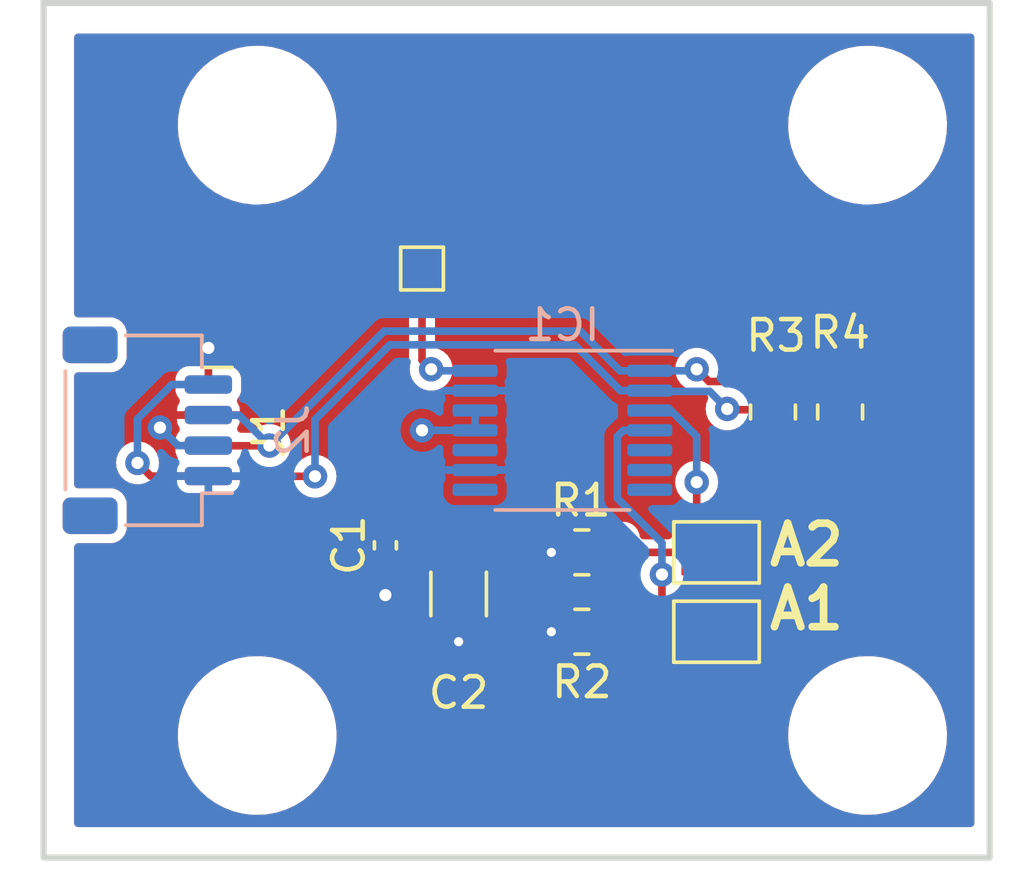
<source format=kicad_pcb>
(kicad_pcb (version 20221018) (generator pcbnew)
  (layers (0 "F.Cu" signal) (31 "B.Cu" signal) (34 "B.Paste" user) (35 "F.Paste" user) (36 "B.SilkS" user "B.Silkscreen") (37 "F.SilkS" user "F.Silkscreen") (38 "B.Mask" user) (39 "F.Mask" user) (44 "Edge.Cuts" user))
  (net 0 "")
  (net 1 "+3.3V")
  (net 2 "GND")
  (net 3 "Net-(IC1-SDA)")
  (net 4 "Net-(IC1-SCL)")
  (net 5 "Net-(IC1-A2)")
  (net 6 "Net-(IC1-A1)")
  (net 12 "Net-(IC1-PWM)")
  (footprint "Resistor_SMD:R_0805_2012Metric_Pad1.20x1.40mm_HandSolder" (layer "F.Cu") (at 100.6375 104 180)
    (fp_text reference "R1" (at 0.0375 1.7 180) (layer "F.SilkS"))
    (fp_text value "75k")
    (fp_line (start -0.227064 -0.735) (end 0.227064 -0.735) (stroke (width 0.12)) (layer "F.SilkS"))
    (fp_line (start -0.227064 0.735) (end 0.227064 0.735) (stroke (width 0.12)) (layer "F.SilkS"))
    (pad "1" smd roundrect (at -1 0 180) (size 1.2 1.4) (layers "F.Cu" "F.Paste" "F.Mask") (roundrect_rratio 0.208333) (net 5 "Net-(IC1-A2)"))
    (pad "2" smd roundrect (at 1 0 180) (size 1.2 1.4) (layers "F.Cu" "F.Paste" "F.Mask") (roundrect_rratio 0.208333) (net 2 "GND"))
  )
  (footprint "TestPoint:TestPoint_Pad_1.0x1.0mm" (layer "F.Cu") (at 95.4 94.7)
    (fp_text reference "TP1" hide)
    (fp_text value "TestPoint")
    (fp_line (start -0.7 -0.7) (end 0.7 -0.7) (stroke (width 0.12)) (layer "F.SilkS"))
    (fp_line (start -0.7 0.7) (end -0.7 -0.7) (stroke (width 0.12)) (layer "F.SilkS"))
    (fp_line (start 0.7 -0.7) (end 0.7 0.7) (stroke (width 0.12)) (layer "F.SilkS"))
    (fp_line (start 0.7 0.7) (end -0.7 0.7) (stroke (width 0.12)) (layer "F.SilkS"))
    (pad "1" smd rect (at 0 0) (size 1 1) (layers "F.Cu" "F.Mask") (net 12 "Net-(IC1-PWM)"))
  )
  (footprint "Resistor_SMD:R_0805_2012Metric_Pad1.20x1.40mm_HandSolder" (layer "F.Cu") (at 100.6375 106.6 180)
    (fp_text reference "R2" (at 0 -1.65 180) (layer "F.SilkS"))
    (fp_text value "75k")
    (fp_line (start -0.227064 -0.735) (end 0.227064 -0.735) (stroke (width 0.12)) (layer "F.SilkS"))
    (fp_line (start -0.227064 0.735) (end 0.227064 0.735) (stroke (width 0.12)) (layer "F.SilkS"))
    (pad "1" smd roundrect (at -1 0 180) (size 1.2 1.4) (layers "F.Cu" "F.Paste" "F.Mask") (roundrect_rratio 0.208333) (net 6 "Net-(IC1-A1)"))
    (pad "2" smd roundrect (at 1 0 180) (size 1.2 1.4) (layers "F.Cu" "F.Paste" "F.Mask") (roundrect_rratio 0.208333) (net 2 "GND"))
  )
  (footprint "Resistor_SMD:R_0805_2012Metric_Pad1.20x1.40mm_HandSolder" (layer "F.Cu") (at 106.9 99.4 90)
    (fp_text reference "R3" (at 2.5 0.1 180) (layer "F.SilkS"))
    (fp_text value "4.7k")
    (fp_line (start -0.227064 -0.735) (end 0.227064 -0.735) (stroke (width 0.12)) (layer "F.SilkS"))
    (fp_line (start -0.227064 0.735) (end 0.227064 0.735) (stroke (width 0.12)) (layer "F.SilkS"))
    (pad "1" smd roundrect (at -1 0 90) (size 1.2 1.4) (layers "F.Cu" "F.Paste" "F.Mask") (roundrect_rratio 0.208333) (net 1 "+3.3V"))
    (pad "2" smd roundrect (at 1 0 90) (size 1.2 1.4) (layers "F.Cu" "F.Paste" "F.Mask") (roundrect_rratio 0.208333) (net 3 "Net-(IC1-SDA)"))
  )
  (footprint "Capacitor_SMD:C_1206_3216Metric_Pad1.33x1.80mm_HandSolder" (layer "F.Cu") (at 96.6 105.3625 -90)
    (fp_text reference "C2" (at 3.2375 0) (layer "F.SilkS"))
    (fp_text value "10uF")
    (fp_line (start -0.711252 -0.91) (end 0.711252 -0.91) (stroke (width 0.12)) (layer "F.SilkS"))
    (fp_line (start -0.711252 0.91) (end 0.711252 0.91) (stroke (width 0.12)) (layer "F.SilkS"))
    (pad "1" smd roundrect (at -1.5625 0 270) (size 1.325 1.8) (layers "F.Cu" "F.Paste" "F.Mask") (roundrect_rratio 0.188679) (net 1 "+3.3V"))
    (pad "2" smd roundrect (at 1.5625 0 270) (size 1.325 1.8) (layers "F.Cu" "F.Paste" "F.Mask") (roundrect_rratio 0.188679) (net 2 "GND"))
  )
  (footprint "Jumper:SolderJumper-2_P1.3mm_Open_Pad1.0x1.5mm" (layer "F.Cu") (at 105.05 104 180)
    (fp_text reference "JP2" hide)
    (fp_text value "SolderJumper_2_Open")
    (fp_line (start -1.4 -1) (end 1.4 -1) (stroke (width 0.12)) (layer "F.SilkS"))
    (fp_line (start -1.4 1) (end -1.4 -1) (stroke (width 0.12)) (layer "F.SilkS"))
    (fp_line (start 1.4 -1) (end 1.4 1) (stroke (width 0.12)) (layer "F.SilkS"))
    (fp_line (start 1.4 1) (end -1.4 1) (stroke (width 0.12)) (layer "F.SilkS"))
    (pad "1" smd rect (at -0.65 0 180) (size 1 1.5) (layers "F.Cu" "F.Mask") (net 1 "+3.3V"))
    (pad "2" smd rect (at 0.65 0 180) (size 1 1.5) (layers "F.Cu" "F.Mask") (net 5 "Net-(IC1-A2)"))
  )
  (footprint "MountingHole:MountingHole_3.2mm_M3" (layer "F.Cu") (at 110 110)
    (fp_text reference "H4" hide)
    (fp_text value "MountingHole")
    (pad "" np_thru_hole circle (at 0 0) (size 3.2 3.2) (drill 3.2) (layers "*.Cu" "*.Mask"))
  )
  (footprint "Connector_JST:JST_SH_SM04B-SRSS-TB_1x04-1MP_P1.00mm_Horizontal" (layer "F.Cu") (at 86.4 100 -90)
    (fp_text reference "J1" (at 0.0505 -3.98 90) (layer "F.SilkS"))
    (fp_text value "Conn_01x04_Male")
    (fp_line (start -3.11 -1.785) (end -2.06 -1.785) (stroke (width 0.12)) (layer "F.SilkS"))
    (fp_line (start -3.11 0.715) (end -3.11 -1.785) (stroke (width 0.12)) (layer "F.SilkS"))
    (fp_line (start -2.06 -1.785) (end -2.06 -2.775) (stroke (width 0.12)) (layer "F.SilkS"))
    (fp_line (start -1.94 2.685) (end 1.94 2.685) (stroke (width 0.12)) (layer "F.SilkS"))
    (fp_line (start 3.11 -1.785) (end 2.06 -1.785) (stroke (width 0.12)) (layer "F.SilkS"))
    (fp_line (start 3.11 0.715) (end 3.11 -1.785) (stroke (width 0.12)) (layer "F.SilkS"))
    (pad "1" smd roundrect (at -1.5 -2 270) (size 0.6 1.55) (layers "F.Cu" "F.Paste" "F.Mask") (net 2 "GND"))
    (pad "2" smd roundrect (at -0.5 -2 270) (size 0.6 1.55) (layers "F.Cu" "F.Paste" "F.Mask") (net 1 "+3.3V"))
    (pad "3" smd roundrect (at 0.5 -2 270) (size 0.6 1.55) (layers "F.Cu" "F.Paste" "F.Mask") (net 3 "Net-(IC1-SDA)"))
    (pad "4" smd roundrect (at 1.5 -2 270) (size 0.6 1.55) (layers "F.Cu" "F.Paste" "F.Mask") (net 4 "Net-(IC1-SCL)"))
    (pad "MP" smd roundrect (at -2.8 1.875 270) (size 1.2 1.8) (layers "F.Cu" "F.Paste" "F.Mask") (roundrect_rratio 0.208333))
    (pad "MP" smd roundrect (at 2.8 1.875 270) (size 1.2 1.8) (layers "F.Cu" "F.Paste" "F.Mask") (roundrect_rratio 0.208333))
  )
  (footprint "Resistor_SMD:R_0805_2012Metric_Pad1.20x1.40mm_HandSolder" (layer "F.Cu") (at 109.1 99.4 90)
    (fp_text reference "R4" (at 2.6 0 180) (layer "F.SilkS"))
    (fp_text value "4.7k")
    (fp_line (start -0.227064 -0.735) (end 0.227064 -0.735) (stroke (width 0.12)) (layer "F.SilkS"))
    (fp_line (start -0.227064 0.735) (end 0.227064 0.735) (stroke (width 0.12)) (layer "F.SilkS"))
    (pad "1" smd roundrect (at -1 0 90) (size 1.2 1.4) (layers "F.Cu" "F.Paste" "F.Mask") (roundrect_rratio 0.208333) (net 1 "+3.3V"))
    (pad "2" smd roundrect (at 1 0 90) (size 1.2 1.4) (layers "F.Cu" "F.Paste" "F.Mask") (roundrect_rratio 0.208333) (net 4 "Net-(IC1-SCL)"))
  )
  (footprint "MountingHole:MountingHole_3.2mm_M3" (layer "F.Cu") (at 90 90)
    (fp_text reference "H1" hide)
    (fp_text value "MountingHole")
    (pad "" np_thru_hole circle (at 0 0) (size 3.2 3.2) (drill 3.2) (layers "F&B.Cu" "*.Mask") (clearance 1))
  )
  (footprint "MountingHole:MountingHole_3.2mm_M3" (layer "F.Cu") (at 110 90)
    (fp_text reference "H2" hide)
    (fp_text value "MountingHole")
    (pad "" np_thru_hole circle (at 0 0) (size 3.2 3.2) (drill 3.2) (layers "F&B.Cu" "*.Mask") (clearance 1))
  )
  (footprint "MountingHole:MountingHole_3.2mm_M3" (layer "F.Cu") (at 90 110)
    (fp_text reference "H3" hide)
    (fp_text value "MountingHole")
    (pad "" np_thru_hole circle (at 0 0) (size 3.2 3.2) (drill 3.2) (layers "F&B.Cu" "*.Mask") (clearance 1))
  )
  (footprint "Jumper:SolderJumper-2_P1.3mm_Open_Pad1.0x1.5mm" (layer "F.Cu") (at 105.05 106.6)
    (fp_text reference "JP1" hide)
    (fp_text value "SolderJumper_2_Open")
    (fp_line (start -1.4 -1) (end 1.4 -1) (stroke (width 0.12)) (layer "F.SilkS"))
    (fp_line (start -1.4 1) (end -1.4 -1) (stroke (width 0.12)) (layer "F.SilkS"))
    (fp_line (start 1.4 -1) (end 1.4 1) (stroke (width 0.12)) (layer "F.SilkS"))
    (fp_line (start 1.4 1) (end -1.4 1) (stroke (width 0.12)) (layer "F.SilkS"))
    (pad "1" smd rect (at -0.65 0) (size 1 1.5) (layers "F.Cu" "F.Mask") (net 6 "Net-(IC1-A1)"))
    (pad "2" smd rect (at 0.65 0) (size 1 1.5) (layers "F.Cu" "F.Mask") (net 1 "+3.3V"))
  )
  (footprint "Capacitor_SMD:C_0402_1005Metric_Pad0.74x0.62mm_HandSolder" (layer "F.Cu") (at 94.2 103.7675 -90)
    (fp_text reference "C1" (at 0 1.2 -90) (layer "F.SilkS"))
    (fp_text value "100nF")
    (fp_line (start -0.115835 -0.36) (end 0.115835 -0.36) (stroke (width 0.12)) (layer "F.SilkS"))
    (fp_line (start -0.115835 0.36) (end 0.115835 0.36) (stroke (width 0.12)) (layer "F.SilkS"))
    (pad "1" smd roundrect (at -0.5675 0 270) (size 0.735 0.62) (layers "F.Cu" "F.Paste" "F.Mask") (net 1 "+3.3V"))
    (pad "2" smd roundrect (at 0.5675 0 270) (size 0.735 0.62) (layers "F.Cu" "F.Paste" "F.Mask") (net 2 "GND"))
  )
  (footprint "Package_SO:TSSOP-14_4.4x5mm_P0.65mm" (layer "B.Cu") (at 100 100 180)
    (fp_text reference "IC1" (at 0 3.45) (layer "B.SilkS") (effects (justify mirror)))
    (fp_text value "AS5048B-HTSP")
    (fp_line (start 0 -2.61) (end -2.2 -2.61) (stroke (width 0.12)) (layer "B.SilkS"))
    (fp_line (start 0 -2.61) (end 2.2 -2.61) (stroke (width 0.12)) (layer "B.SilkS"))
    (fp_line (start 0 2.61) (end -3.6 2.61) (stroke (width 0.12)) (layer "B.SilkS"))
    (fp_line (start 0 2.61) (end 2.2 2.61) (stroke (width 0.12)) (layer "B.SilkS"))
    (pad "1" smd roundrect (at -2.8625 1.95 180) (size 1.475 0.4) (layers "B.Cu" "B.Paste" "B.Mask") (net 3 "Net-(IC1-SDA)"))
    (pad "2" smd roundrect (at -2.8625 1.3 180) (size 1.475 0.4) (layers "B.Cu" "B.Paste" "B.Mask") (net 4 "Net-(IC1-SCL)"))
    (pad "3" smd roundrect (at -2.8625 0.65 180) (size 1.475 0.4) (layers "B.Cu" "B.Paste" "B.Mask") (net 5 "Net-(IC1-A2)"))
    (pad "4" smd roundrect (at -2.8625 0 180) (size 1.475 0.4) (layers "B.Cu" "B.Paste" "B.Mask") (net 6 "Net-(IC1-A1)"))
    (pad "5" smd roundrect (at -2.8625 -0.65 180) (size 1.475 0.4) (layers "B.Cu" "B.Paste" "B.Mask"))
    (pad "6" smd roundrect (at -2.8625 -1.3 180) (size 1.475 0.4) (layers "B.Cu" "B.Paste" "B.Mask"))
    (pad "7" smd roundrect (at -2.8625 -1.95 180) (size 1.475 0.4) (layers "B.Cu" "B.Paste" "B.Mask"))
    (pad "8" smd roundrect (at 2.8625 -1.95 180) (size 1.475 0.4) (layers "B.Cu" "B.Paste" "B.Mask"))
    (pad "9" smd roundrect (at 2.8625 -1.3 180) (size 1.475 0.4) (layers "B.Cu" "B.Paste" "B.Mask") (net 2 "GND"))
    (pad "10" smd roundrect (at 2.8625 -0.65 180) (size 1.475 0.4) (layers "B.Cu" "B.Paste" "B.Mask"))
    (pad "11" smd roundrect (at 2.8625 0 180) (size 1.475 0.4) (layers "B.Cu" "B.Paste" "B.Mask") (net 1 "+3.3V"))
    (pad "12" smd roundrect (at 2.8625 0.65 180) (size 1.475 0.4) (layers "B.Cu" "B.Paste" "B.Mask") (net 1 "+3.3V"))
    (pad "13" smd roundrect (at 2.8625 1.3 180) (size 1.475 0.4) (layers "B.Cu" "B.Paste" "B.Mask") (net 2 "GND"))
    (pad "14" smd roundrect (at 2.8625 1.95 180) (size 1.475 0.4) (layers "B.Cu" "B.Paste" "B.Mask") (net 12 "Net-(IC1-PWM)"))
  )
  (footprint "Connector_JST:JST_SH_SM04B-SRSS-TB_1x04-1MP_P1.00mm_Horizontal" (layer "B.Cu") (at 86.4 100 90)
    (fp_text reference "J2" (at 0 4.7625 90) (layer "B.SilkS") (effects (justify mirror)))
    (fp_text value "Conn_01x04_Male")
    (fp_line (start -3.11 -0.715) (end -3.11 1.785) (stroke (width 0.12)) (layer "B.SilkS"))
    (fp_line (start -3.11 1.785) (end -2.06 1.785) (stroke (width 0.12)) (layer "B.SilkS"))
    (fp_line (start -2.06 1.785) (end -2.06 2.775) (stroke (width 0.12)) (layer "B.SilkS"))
    (fp_line (start -1.94 -2.685) (end 1.94 -2.685) (stroke (width 0.12)) (layer "B.SilkS"))
    (fp_line (start 3.11 -0.715) (end 3.11 1.785) (stroke (width 0.12)) (layer "B.SilkS"))
    (fp_line (start 3.11 1.785) (end 2.06 1.785) (stroke (width 0.12)) (layer "B.SilkS"))
    (pad "1" smd roundrect (at -1.5 2 90) (size 0.6 1.55) (layers "B.Cu" "B.Paste" "B.Mask") (net 2 "GND"))
    (pad "2" smd roundrect (at -0.5 2 90) (size 0.6 1.55) (layers "B.Cu" "B.Paste" "B.Mask") (net 1 "+3.3V"))
    (pad "3" smd roundrect (at 0.5 2 90) (size 0.6 1.55) (layers "B.Cu" "B.Paste" "B.Mask") (net 3 "Net-(IC1-SDA)"))
    (pad "4" smd roundrect (at 1.5 2 90) (size 0.6 1.55) (layers "B.Cu" "B.Paste" "B.Mask") (net 4 "Net-(IC1-SCL)"))
    (pad "MP" smd roundrect (at -2.8 -1.875 90) (size 1.2 1.8) (layers "B.Cu" "B.Paste" "B.Mask") (roundrect_rratio 0.208333))
    (pad "MP" smd roundrect (at 2.8 -1.875 90) (size 1.2 1.8) (layers "B.Cu" "B.Paste" "B.Mask") (roundrect_rratio 0.208333))
  )
  (gr_rect (start 83 86) (end 114 114) (stroke (width 0.2)) (fill none) (layer "Edge.Cuts"))
  (gr_text "A2\nA1" (at 108 104.8) (layer "F.SilkS") (effects (font (size 1.3 1.3) (thickness 0.25))))
  (via (at 95.4 100) (size 0.8) (drill 0.4) (layers "F.Cu" "B.Cu") (net 1))
  (via (at 86.813148 99.911451) (size 0.8) (drill 0.4) (layers "F.Cu" "B.Cu") (net 1))
  (segment (start 87.401697 100.5) (end 86.813148 99.911451) (width 0.25) (layer "B.Cu") (net 1))
  (segment (start 88.4 100.5) (end 87.401697 100.5) (width 0.25) (layer "B.Cu") (net 1))
  (segment (start 97.1375 100) (end 97.1375 99.35) (width 0.25) (layer "B.Cu") (net 1))
  (segment (start 97.1375 100) (end 95.4 100) (width 0.25) (layer "B.Cu") (net 1))
  (segment (start 88.4 98.5) (end 88.4 97.3) (width 0.25) (layer "F.Cu") (net 2))
  (segment (start 94.2 105.4) (end 94.2 104.335) (width 0.25) (layer "F.Cu") (net 2))
  (via (at 99.6375 104) (size 0.7) (drill 0.3) (layers "F.Cu" "B.Cu") (net 2))
  (via (at 96.6 106.925) (size 0.7) (drill 0.3) (layers "F.Cu" "B.Cu") (net 2))
  (via (at 94.2 105.4) (size 0.8) (drill 0.4) (layers "F.Cu" "B.Cu") (net 2))
  (via (at 99.6375 106.6) (size 0.7) (drill 0.3) (layers "F.Cu" "B.Cu") (net 2))
  (via (at 88.4 97.3) (size 0.8) (drill 0.4) (layers "F.Cu" "B.Cu") (net 2))
  (segment (start 90.9444 101.5069) (end 91.1694 101.5069) (width 0.25) (layer "B.Cu") (net 2))
  (segment (start 104.8 98.4) (end 106.9 98.4) (width 0.25) (layer "F.Cu") (net 3))
  (segment (start 104.4 98) (end 104.8 98.4) (width 0.25) (layer "F.Cu") (net 3))
  (segment (start 90.4 100.5) (end 90.3931 100.5069) (width 0.25) (layer "F.Cu") (net 3))
  (segment (start 90.3931 100.5069) (end 88.3819 100.5069) (width 0.25) (layer "F.Cu") (net 3))
  (via (at 104.4 98) (size 0.8) (drill 0.4) (layers "F.Cu" "B.Cu") (net 3))
  (via (at 90.4 100.5) (size 0.8) (drill 0.4) (layers "F.Cu" "B.Cu") (net 3))
  (segment (start 104.35 98.05) (end 104.4 98) (width 0.25) (layer "B.Cu") (net 3))
  (segment (start 89.4069 99.5069) (end 88.4069 99.5069) (width 0.25) (layer "B.Cu") (net 3))
  (segment (start 90.4 100.5) (end 90.4069 100.5) (width 0.25) (layer "B.Cu") (net 3))
  (segment (start 102.8625 98.05) (end 104.35 98.05) (width 0.25) (layer "B.Cu") (net 3))
  (segment (start 94.1569 96.75) (end 100.586396 96.75) (width 0.25) (layer "B.Cu") (net 3))
  (segment (start 90.4 100.5) (end 89.4069 99.5069) (width 0.25) (layer "B.Cu") (net 3))
  (segment (start 90.4069 100.5) (end 94.1569 96.75) (width 0.25) (layer "B.Cu") (net 3))
  (segment (start 100.586396 96.75) (end 101.886396 98.05) (width 0.25) (layer "B.Cu") (net 3))
  (segment (start 101.886396 98.05) (end 102.8625 98.05) (width 0.25) (layer "B.Cu") (net 3))
  (segment (start 107.925 99.325) (end 109 98.25) (width 0.25) (layer "F.Cu") (net 4))
  (segment (start 105.4 99.3) (end 105.425 99.325) (width 0.25) (layer "F.Cu") (net 4))
  (segment (start 86.509746 101.5) (end 88.4 101.5) (width 0.25) (layer "F.Cu") (net 4))
  (segment (start 86.077197 101.067451) (end 86.509746 101.5) (width 0.25) (layer "F.Cu") (net 4))
  (segment (start 91.8939 101.5069) (end 88.3819 101.5069) (width 0.25) (layer "F.Cu") (net 4))
  (segment (start 105.425 99.325) (end 107.925 99.325) (width 0.25) (layer "F.Cu") (net 4))
  (via (at 86.077197 101.067451) (size 0.8) (drill 0.4) (layers "F.Cu" "B.Cu") (net 4))
  (via (at 105.4 99.3) (size 0.8) (drill 0.4) (layers "F.Cu" "B.Cu") (net 4))
  (via (at 91.8939 101.5069) (size 0.8) (drill 0.4) (layers "F.Cu" "B.Cu") (net 4))
  (segment (start 94.343296 97.2) (end 100.4 97.2) (width 0.25) (layer "B.Cu") (net 4))
  (segment (start 86.077197 101.067451) (end 86.077197 99.622803) (width 0.25) (layer "B.Cu") (net 4))
  (segment (start 100.4 97.2) (end 101.9 98.7) (width 0.25) (layer "B.Cu") (net 4))
  (segment (start 86.077197 99.622803) (end 87.2 98.5) (width 0.25) (layer "B.Cu") (net 4))
  (segment (start 101.9 98.7) (end 102.8625 98.7) (width 0.25) (layer "B.Cu") (net 4))
  (segment (start 105.4 99.3) (end 104.825 98.725) (width 0.25) (layer "B.Cu") (net 4))
  (segment (start 91.8939 101.5069) (end 91.8939 99.649396) (width 0.25) (layer "B.Cu") (net 4))
  (segment (start 87.2 98.5) (end 88.4 98.5) (width 0.25) (layer "B.Cu") (net 4))
  (segment (start 91.8939 99.649396) (end 94.343296 97.2) (width 0.25) (layer "B.Cu") (net 4))
  (segment (start 104.825 98.725) (end 102.8875 98.725) (width 0.25) (layer "B.Cu") (net 4))
  (segment (start 104.4 104) (end 102.1 104) (width 0.25) (layer "F.Cu") (net 5))
  (segment (start 104.4 104) (end 104.4 101.7) (width 0.25) (layer "F.Cu") (net 5))
  (via (at 104.4 101.7) (size 0.8) (drill 0.4) (layers "F.Cu" "B.Cu") (net 5))
  (segment (start 104.4 100.198959) (end 104.4 101.7) (width 0.25) (layer "B.Cu") (net 5))
  (segment (start 102.8625 99.35) (end 103.551041 99.35) (width 0.25) (layer "B.Cu") (net 5))
  (segment (start 103.551041 99.35) (end 104.4 100.198959) (width 0.25) (layer "B.Cu") (net 5))
  (segment (start 103.2 106.6) (end 103.262 106.538) (width 0.25) (layer "F.Cu") (net 6))
  (segment (start 102.1 106.6) (end 104.4 106.6) (width 0.25) (layer "F.Cu") (net 6))
  (segment (start 103.262 106.538) (end 103.262 104.7245) (width 0.25) (layer "F.Cu") (net 6))
  (via (at 103.262 104.7245) (size 0.8) (drill 0.4) (layers "F.Cu" "B.Cu") (net 6))
  (segment (start 102.8625 100) (end 102 100) (width 0.25) (layer "B.Cu") (net 6))
  (segment (start 102 100) (end 101.8 100.2) (width 0.25) (layer "B.Cu") (net 6))
  (segment (start 101.8 100.2) (end 101.8 102.226041) (width 0.25) (layer "B.Cu") (net 6))
  (segment (start 103.262 103.688041) (end 103.262 104.7245) (width 0.25) (layer "B.Cu") (net 6))
  (segment (start 101.8 102.226041) (end 103.262 103.688041) (width 0.25) (layer "B.Cu") (net 6))
  (segment (start 95.4 94.7) (end 95.4 97.7) (width 0.25) (layer "F.Cu") (net 12))
  (segment (start 95.4 97.7) (end 95.7 98) (width 0.25) (layer "F.Cu") (net 12))
  (via (at 95.7 98) (size 0.8) (drill 0.4) (layers "F.Cu" "B.Cu") (net 12))
  (segment (start 95.75 98.05) (end 97.1375 98.05) (width 0.25) (layer "B.Cu") (net 12))
  (segment (start 95.7 98) (end 95.75 98.05) (width 0.25) (layer "B.Cu") (net 12))
  (zone (net 1) (net_name "+3.3V") (layer "F.Cu") (connect_pads (clearance 0.3)) (min_thickness 0.254) (fill yes (thermal_gap 0.254) (thermal_bridge_width 0.254))
    (polygon (pts (xy 113.5 113) (xy 84 113) (xy 84 87) (xy 113.5 87)))
  )
  (zone (net 2) (net_name "GND") (layer "B.Cu") (connect_pads (clearance 0.3)) (min_thickness 0.254) (fill yes (thermal_gap 0.254) (thermal_bridge_width 0.254))
    (polygon (pts (xy 113.5 113) (xy 84 113) (xy 84 87) (xy 113.5 87)))
  )
)
</source>
